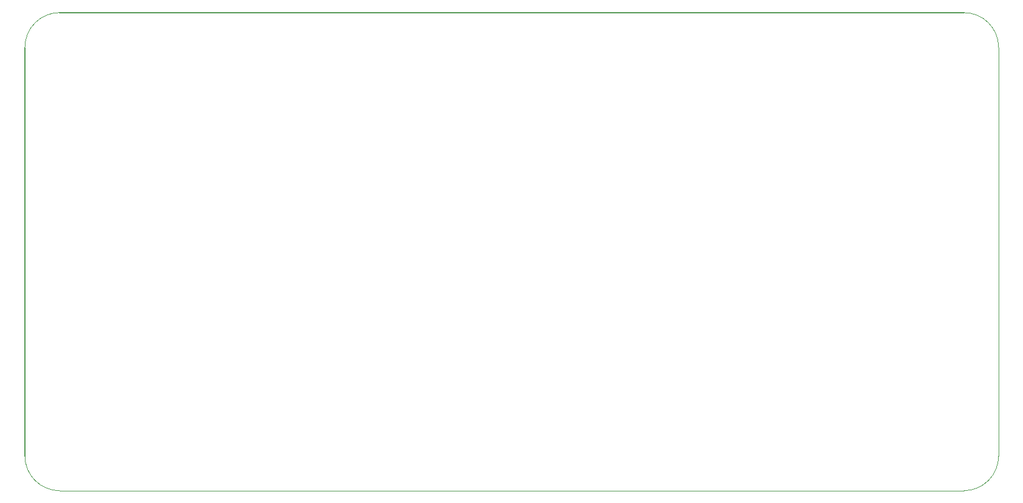
<source format=gbr>
G04 #@! TF.GenerationSoftware,KiCad,Pcbnew,(5.1.0-0)*
G04 #@! TF.CreationDate,2019-12-31T10:08:02-08:00*
G04 #@! TF.ProjectId,ExternalClock,45787465-726e-4616-9c43-6c6f636b2e6b,rev?*
G04 #@! TF.SameCoordinates,Original*
G04 #@! TF.FileFunction,Profile,NP*
%FSLAX46Y46*%
G04 Gerber Fmt 4.6, Leading zero omitted, Abs format (unit mm)*
G04 Created by KiCad (PCBNEW (5.1.0-0)) date 2019-12-31 10:08:02*
%MOMM*%
%LPD*%
G04 APERTURE LIST*
%ADD10C,0.100000*%
%ADD11C,0.150000*%
G04 APERTURE END LIST*
D10*
X259080000Y-281940000D02*
G75*
G02X264160000Y-276860000I5080000J0D01*
G01*
X264160000Y-346710000D02*
G75*
G02X259080000Y-341630000I0J5080000D01*
G01*
X401320000Y-341630000D02*
G75*
G02X396240000Y-346710000I-5080000J0D01*
G01*
X396240000Y-276860000D02*
G75*
G02X401320000Y-281940000I0J-5080000D01*
G01*
X396240000Y-346710000D02*
X264160000Y-346710000D01*
X401320000Y-281940000D02*
X401320000Y-341630000D01*
D11*
X259080000Y-281940000D02*
X259080000Y-341630000D01*
X396240000Y-276860000D02*
X264160000Y-276860000D01*
M02*

</source>
